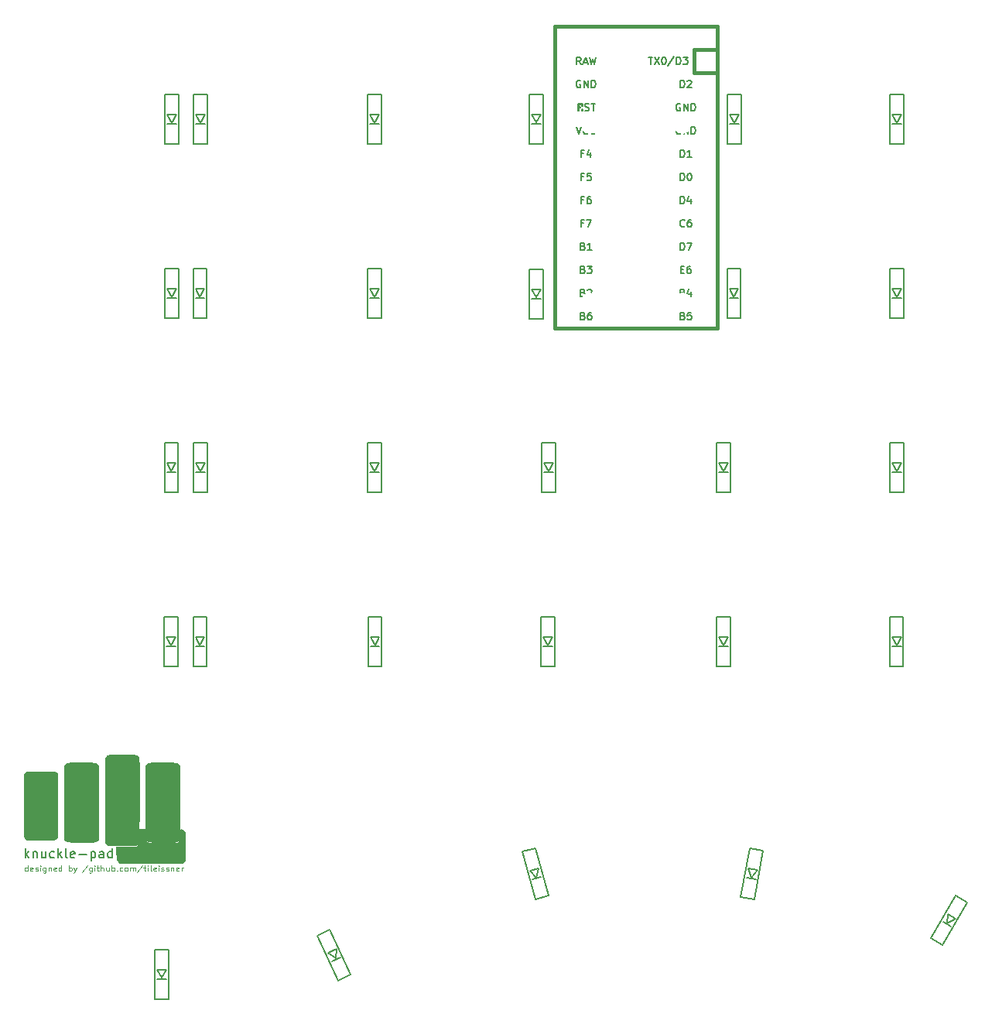
<source format=gto>
%TF.GenerationSoftware,KiCad,Pcbnew,5.1.10-88a1d61d58~90~ubuntu20.04.1*%
%TF.CreationDate,2021-08-25T16:01:02+02:00*%
%TF.ProjectId,knuckle-pad,6b6e7563-6b6c-4652-9d70-61642e6b6963,rev?*%
%TF.SameCoordinates,Original*%
%TF.FileFunction,Legend,Top*%
%TF.FilePolarity,Positive*%
%FSLAX46Y46*%
G04 Gerber Fmt 4.6, Leading zero omitted, Abs format (unit mm)*
G04 Created by KiCad (PCBNEW 5.1.10-88a1d61d58~90~ubuntu20.04.1) date 2021-08-25 16:01:02*
%MOMM*%
%LPD*%
G01*
G04 APERTURE LIST*
%ADD10C,0.076200*%
%ADD11C,0.133350*%
%ADD12C,0.010000*%
%ADD13C,0.381000*%
%ADD14C,0.150000*%
%ADD15C,3.987800*%
%ADD16C,1.750000*%
%ADD17C,4.000000*%
%ADD18C,1.752600*%
%ADD19R,1.752600X1.752600*%
%ADD20C,2.000000*%
%ADD21C,0.100000*%
%ADD22C,1.397000*%
%ADD23R,0.950000X1.300000*%
%ADD24R,1.397000X1.397000*%
G04 APERTURE END LIST*
D10*
X86363628Y-124904620D02*
X86363628Y-124320420D01*
X86363628Y-124876801D02*
X86301942Y-124904620D01*
X86178571Y-124904620D01*
X86116885Y-124876801D01*
X86086042Y-124848982D01*
X86055200Y-124793344D01*
X86055200Y-124626430D01*
X86086042Y-124570792D01*
X86116885Y-124542973D01*
X86178571Y-124515154D01*
X86301942Y-124515154D01*
X86363628Y-124542973D01*
X86918800Y-124876801D02*
X86857114Y-124904620D01*
X86733742Y-124904620D01*
X86672057Y-124876801D01*
X86641214Y-124821163D01*
X86641214Y-124598611D01*
X86672057Y-124542973D01*
X86733742Y-124515154D01*
X86857114Y-124515154D01*
X86918800Y-124542973D01*
X86949642Y-124598611D01*
X86949642Y-124654249D01*
X86641214Y-124709887D01*
X87196385Y-124876801D02*
X87258071Y-124904620D01*
X87381442Y-124904620D01*
X87443128Y-124876801D01*
X87473971Y-124821163D01*
X87473971Y-124793344D01*
X87443128Y-124737706D01*
X87381442Y-124709887D01*
X87288914Y-124709887D01*
X87227228Y-124682068D01*
X87196385Y-124626430D01*
X87196385Y-124598611D01*
X87227228Y-124542973D01*
X87288914Y-124515154D01*
X87381442Y-124515154D01*
X87443128Y-124542973D01*
X87751557Y-124904620D02*
X87751557Y-124515154D01*
X87751557Y-124320420D02*
X87720714Y-124348240D01*
X87751557Y-124376059D01*
X87782400Y-124348240D01*
X87751557Y-124320420D01*
X87751557Y-124376059D01*
X88337571Y-124515154D02*
X88337571Y-124988078D01*
X88306728Y-125043716D01*
X88275885Y-125071535D01*
X88214200Y-125099354D01*
X88121671Y-125099354D01*
X88059985Y-125071535D01*
X88337571Y-124876801D02*
X88275885Y-124904620D01*
X88152514Y-124904620D01*
X88090828Y-124876801D01*
X88059985Y-124848982D01*
X88029142Y-124793344D01*
X88029142Y-124626430D01*
X88059985Y-124570792D01*
X88090828Y-124542973D01*
X88152514Y-124515154D01*
X88275885Y-124515154D01*
X88337571Y-124542973D01*
X88646000Y-124515154D02*
X88646000Y-124904620D01*
X88646000Y-124570792D02*
X88676842Y-124542973D01*
X88738528Y-124515154D01*
X88831057Y-124515154D01*
X88892742Y-124542973D01*
X88923585Y-124598611D01*
X88923585Y-124904620D01*
X89478757Y-124876801D02*
X89417071Y-124904620D01*
X89293700Y-124904620D01*
X89232014Y-124876801D01*
X89201171Y-124821163D01*
X89201171Y-124598611D01*
X89232014Y-124542973D01*
X89293700Y-124515154D01*
X89417071Y-124515154D01*
X89478757Y-124542973D01*
X89509600Y-124598611D01*
X89509600Y-124654249D01*
X89201171Y-124709887D01*
X90064771Y-124904620D02*
X90064771Y-124320420D01*
X90064771Y-124876801D02*
X90003085Y-124904620D01*
X89879714Y-124904620D01*
X89818028Y-124876801D01*
X89787185Y-124848982D01*
X89756342Y-124793344D01*
X89756342Y-124626430D01*
X89787185Y-124570792D01*
X89818028Y-124542973D01*
X89879714Y-124515154D01*
X90003085Y-124515154D01*
X90064771Y-124542973D01*
X90866685Y-124904620D02*
X90866685Y-124320420D01*
X90866685Y-124542973D02*
X90928371Y-124515154D01*
X91051742Y-124515154D01*
X91113428Y-124542973D01*
X91144271Y-124570792D01*
X91175114Y-124626430D01*
X91175114Y-124793344D01*
X91144271Y-124848982D01*
X91113428Y-124876801D01*
X91051742Y-124904620D01*
X90928371Y-124904620D01*
X90866685Y-124876801D01*
X91391014Y-124515154D02*
X91545228Y-124904620D01*
X91699442Y-124515154D02*
X91545228Y-124904620D01*
X91483542Y-125043716D01*
X91452700Y-125071535D01*
X91391014Y-125099354D01*
X92902314Y-124292601D02*
X92347142Y-125043716D01*
X93395800Y-124515154D02*
X93395800Y-124988078D01*
X93364957Y-125043716D01*
X93334114Y-125071535D01*
X93272428Y-125099354D01*
X93179900Y-125099354D01*
X93118214Y-125071535D01*
X93395800Y-124876801D02*
X93334114Y-124904620D01*
X93210742Y-124904620D01*
X93149057Y-124876801D01*
X93118214Y-124848982D01*
X93087371Y-124793344D01*
X93087371Y-124626430D01*
X93118214Y-124570792D01*
X93149057Y-124542973D01*
X93210742Y-124515154D01*
X93334114Y-124515154D01*
X93395800Y-124542973D01*
X93704228Y-124904620D02*
X93704228Y-124515154D01*
X93704228Y-124320420D02*
X93673385Y-124348240D01*
X93704228Y-124376059D01*
X93735071Y-124348240D01*
X93704228Y-124320420D01*
X93704228Y-124376059D01*
X93920128Y-124515154D02*
X94166871Y-124515154D01*
X94012657Y-124320420D02*
X94012657Y-124821163D01*
X94043500Y-124876801D01*
X94105185Y-124904620D01*
X94166871Y-124904620D01*
X94382771Y-124904620D02*
X94382771Y-124320420D01*
X94660357Y-124904620D02*
X94660357Y-124598611D01*
X94629514Y-124542973D01*
X94567828Y-124515154D01*
X94475300Y-124515154D01*
X94413614Y-124542973D01*
X94382771Y-124570792D01*
X95246371Y-124515154D02*
X95246371Y-124904620D01*
X94968785Y-124515154D02*
X94968785Y-124821163D01*
X94999628Y-124876801D01*
X95061314Y-124904620D01*
X95153842Y-124904620D01*
X95215528Y-124876801D01*
X95246371Y-124848982D01*
X95554800Y-124904620D02*
X95554800Y-124320420D01*
X95554800Y-124542973D02*
X95616485Y-124515154D01*
X95739857Y-124515154D01*
X95801542Y-124542973D01*
X95832385Y-124570792D01*
X95863228Y-124626430D01*
X95863228Y-124793344D01*
X95832385Y-124848982D01*
X95801542Y-124876801D01*
X95739857Y-124904620D01*
X95616485Y-124904620D01*
X95554800Y-124876801D01*
X96140814Y-124848982D02*
X96171657Y-124876801D01*
X96140814Y-124904620D01*
X96109971Y-124876801D01*
X96140814Y-124848982D01*
X96140814Y-124904620D01*
X96726828Y-124876801D02*
X96665142Y-124904620D01*
X96541771Y-124904620D01*
X96480085Y-124876801D01*
X96449242Y-124848982D01*
X96418400Y-124793344D01*
X96418400Y-124626430D01*
X96449242Y-124570792D01*
X96480085Y-124542973D01*
X96541771Y-124515154D01*
X96665142Y-124515154D01*
X96726828Y-124542973D01*
X97096942Y-124904620D02*
X97035257Y-124876801D01*
X97004414Y-124848982D01*
X96973571Y-124793344D01*
X96973571Y-124626430D01*
X97004414Y-124570792D01*
X97035257Y-124542973D01*
X97096942Y-124515154D01*
X97189471Y-124515154D01*
X97251157Y-124542973D01*
X97282000Y-124570792D01*
X97312842Y-124626430D01*
X97312842Y-124793344D01*
X97282000Y-124848982D01*
X97251157Y-124876801D01*
X97189471Y-124904620D01*
X97096942Y-124904620D01*
X97590428Y-124904620D02*
X97590428Y-124515154D01*
X97590428Y-124570792D02*
X97621271Y-124542973D01*
X97682957Y-124515154D01*
X97775485Y-124515154D01*
X97837171Y-124542973D01*
X97868014Y-124598611D01*
X97868014Y-124904620D01*
X97868014Y-124598611D02*
X97898857Y-124542973D01*
X97960542Y-124515154D01*
X98053071Y-124515154D01*
X98114757Y-124542973D01*
X98145600Y-124598611D01*
X98145600Y-124904620D01*
X98916671Y-124292601D02*
X98361500Y-125043716D01*
X99040042Y-124515154D02*
X99286785Y-124515154D01*
X99132571Y-124320420D02*
X99132571Y-124821163D01*
X99163414Y-124876801D01*
X99225100Y-124904620D01*
X99286785Y-124904620D01*
X99502685Y-124904620D02*
X99502685Y-124515154D01*
X99502685Y-124320420D02*
X99471842Y-124348240D01*
X99502685Y-124376059D01*
X99533528Y-124348240D01*
X99502685Y-124320420D01*
X99502685Y-124376059D01*
X99903642Y-124904620D02*
X99841957Y-124876801D01*
X99811114Y-124821163D01*
X99811114Y-124320420D01*
X100397128Y-124876801D02*
X100335442Y-124904620D01*
X100212071Y-124904620D01*
X100150385Y-124876801D01*
X100119542Y-124821163D01*
X100119542Y-124598611D01*
X100150385Y-124542973D01*
X100212071Y-124515154D01*
X100335442Y-124515154D01*
X100397128Y-124542973D01*
X100427971Y-124598611D01*
X100427971Y-124654249D01*
X100119542Y-124709887D01*
X100705557Y-124904620D02*
X100705557Y-124515154D01*
X100705557Y-124320420D02*
X100674714Y-124348240D01*
X100705557Y-124376059D01*
X100736400Y-124348240D01*
X100705557Y-124320420D01*
X100705557Y-124376059D01*
X100983142Y-124876801D02*
X101044828Y-124904620D01*
X101168200Y-124904620D01*
X101229885Y-124876801D01*
X101260728Y-124821163D01*
X101260728Y-124793344D01*
X101229885Y-124737706D01*
X101168200Y-124709887D01*
X101075671Y-124709887D01*
X101013985Y-124682068D01*
X100983142Y-124626430D01*
X100983142Y-124598611D01*
X101013985Y-124542973D01*
X101075671Y-124515154D01*
X101168200Y-124515154D01*
X101229885Y-124542973D01*
X101507471Y-124876801D02*
X101569157Y-124904620D01*
X101692528Y-124904620D01*
X101754214Y-124876801D01*
X101785057Y-124821163D01*
X101785057Y-124793344D01*
X101754214Y-124737706D01*
X101692528Y-124709887D01*
X101600000Y-124709887D01*
X101538314Y-124682068D01*
X101507471Y-124626430D01*
X101507471Y-124598611D01*
X101538314Y-124542973D01*
X101600000Y-124515154D01*
X101692528Y-124515154D01*
X101754214Y-124542973D01*
X102062642Y-124515154D02*
X102062642Y-124904620D01*
X102062642Y-124570792D02*
X102093485Y-124542973D01*
X102155171Y-124515154D01*
X102247700Y-124515154D01*
X102309385Y-124542973D01*
X102340228Y-124598611D01*
X102340228Y-124904620D01*
X102895400Y-124876801D02*
X102833714Y-124904620D01*
X102710342Y-124904620D01*
X102648657Y-124876801D01*
X102617814Y-124821163D01*
X102617814Y-124598611D01*
X102648657Y-124542973D01*
X102710342Y-124515154D01*
X102833714Y-124515154D01*
X102895400Y-124542973D01*
X102926242Y-124598611D01*
X102926242Y-124654249D01*
X102617814Y-124709887D01*
X103203828Y-124904620D02*
X103203828Y-124515154D01*
X103203828Y-124626430D02*
X103234671Y-124570792D01*
X103265514Y-124542973D01*
X103327200Y-124515154D01*
X103388885Y-124515154D01*
D11*
X86095114Y-123478229D02*
X86095114Y-122436829D01*
X86194295Y-123081505D02*
X86491838Y-123478229D01*
X86491838Y-122783962D02*
X86095114Y-123180686D01*
X86938152Y-122783962D02*
X86938152Y-123478229D01*
X86938152Y-122883143D02*
X86987742Y-122833553D01*
X87086923Y-122783962D01*
X87235695Y-122783962D01*
X87334876Y-122833553D01*
X87384466Y-122932734D01*
X87384466Y-123478229D01*
X88326685Y-122783962D02*
X88326685Y-123478229D01*
X87880371Y-122783962D02*
X87880371Y-123329458D01*
X87929961Y-123428639D01*
X88029142Y-123478229D01*
X88177914Y-123478229D01*
X88277095Y-123428639D01*
X88326685Y-123379048D01*
X89268904Y-123428639D02*
X89169723Y-123478229D01*
X88971361Y-123478229D01*
X88872180Y-123428639D01*
X88822590Y-123379048D01*
X88773000Y-123279867D01*
X88773000Y-122982324D01*
X88822590Y-122883143D01*
X88872180Y-122833553D01*
X88971361Y-122783962D01*
X89169723Y-122783962D01*
X89268904Y-122833553D01*
X89715219Y-123478229D02*
X89715219Y-122436829D01*
X89814400Y-123081505D02*
X90111942Y-123478229D01*
X90111942Y-122783962D02*
X89715219Y-123180686D01*
X90707028Y-123478229D02*
X90607847Y-123428639D01*
X90558257Y-123329458D01*
X90558257Y-122436829D01*
X91500476Y-123428639D02*
X91401295Y-123478229D01*
X91202933Y-123478229D01*
X91103752Y-123428639D01*
X91054161Y-123329458D01*
X91054161Y-122932734D01*
X91103752Y-122833553D01*
X91202933Y-122783962D01*
X91401295Y-122783962D01*
X91500476Y-122833553D01*
X91550066Y-122932734D01*
X91550066Y-123031915D01*
X91054161Y-123131096D01*
X91996380Y-123081505D02*
X92789828Y-123081505D01*
X93285733Y-122783962D02*
X93285733Y-123825362D01*
X93285733Y-122833553D02*
X93384914Y-122783962D01*
X93583276Y-122783962D01*
X93682457Y-122833553D01*
X93732047Y-122883143D01*
X93781638Y-122982324D01*
X93781638Y-123279867D01*
X93732047Y-123379048D01*
X93682457Y-123428639D01*
X93583276Y-123478229D01*
X93384914Y-123478229D01*
X93285733Y-123428639D01*
X94674266Y-123478229D02*
X94674266Y-122932734D01*
X94624676Y-122833553D01*
X94525495Y-122783962D01*
X94327133Y-122783962D01*
X94227952Y-122833553D01*
X94674266Y-123428639D02*
X94575085Y-123478229D01*
X94327133Y-123478229D01*
X94227952Y-123428639D01*
X94178361Y-123329458D01*
X94178361Y-123230277D01*
X94227952Y-123131096D01*
X94327133Y-123081505D01*
X94575085Y-123081505D01*
X94674266Y-123031915D01*
X95616485Y-123478229D02*
X95616485Y-122436829D01*
X95616485Y-123428639D02*
X95517304Y-123478229D01*
X95318942Y-123478229D01*
X95219761Y-123428639D01*
X95170171Y-123379048D01*
X95120580Y-123279867D01*
X95120580Y-122982324D01*
X95170171Y-122883143D01*
X95219761Y-122833553D01*
X95318942Y-122783962D01*
X95517304Y-122783962D01*
X95616485Y-122833553D01*
D12*
%TO.C,G\u002A\u002A\u002A*%
G36*
X88272154Y-114014565D02*
G01*
X88644798Y-114016434D01*
X88922922Y-114021241D01*
X89122766Y-114030370D01*
X89260569Y-114045205D01*
X89352572Y-114067132D01*
X89415013Y-114097533D01*
X89464133Y-114137793D01*
X89485611Y-114158888D01*
X89630250Y-114303527D01*
X89630250Y-121217972D01*
X89485733Y-121362611D01*
X89435548Y-121408728D01*
X89377864Y-121444064D01*
X89295931Y-121470289D01*
X89172998Y-121489070D01*
X88992311Y-121502078D01*
X88737120Y-121510981D01*
X88390673Y-121517447D01*
X87936219Y-121523147D01*
X87866483Y-121523939D01*
X87349185Y-121527762D01*
X86946004Y-121525795D01*
X86644166Y-121517532D01*
X86430899Y-121502466D01*
X86293429Y-121480090D01*
X86234251Y-121459188D01*
X86166303Y-121422631D01*
X86108781Y-121382128D01*
X86060870Y-121327512D01*
X86021756Y-121248616D01*
X85990623Y-121135275D01*
X85966655Y-120977321D01*
X85949037Y-120764589D01*
X85936954Y-120486912D01*
X85929591Y-120134123D01*
X85926132Y-119696057D01*
X85925762Y-119162547D01*
X85927666Y-118523426D01*
X85931028Y-117768529D01*
X85931428Y-117683102D01*
X85947250Y-114303454D01*
X86091888Y-114158852D01*
X86140294Y-114113848D01*
X86194918Y-114079307D01*
X86272000Y-114053845D01*
X86387780Y-114036079D01*
X86558499Y-114024623D01*
X86800396Y-114018095D01*
X87129711Y-114015110D01*
X87562685Y-114014285D01*
X87788750Y-114014250D01*
X88272154Y-114014565D01*
G37*
X88272154Y-114014565D02*
X88644798Y-114016434D01*
X88922922Y-114021241D01*
X89122766Y-114030370D01*
X89260569Y-114045205D01*
X89352572Y-114067132D01*
X89415013Y-114097533D01*
X89464133Y-114137793D01*
X89485611Y-114158888D01*
X89630250Y-114303527D01*
X89630250Y-121217972D01*
X89485733Y-121362611D01*
X89435548Y-121408728D01*
X89377864Y-121444064D01*
X89295931Y-121470289D01*
X89172998Y-121489070D01*
X88992311Y-121502078D01*
X88737120Y-121510981D01*
X88390673Y-121517447D01*
X87936219Y-121523147D01*
X87866483Y-121523939D01*
X87349185Y-121527762D01*
X86946004Y-121525795D01*
X86644166Y-121517532D01*
X86430899Y-121502466D01*
X86293429Y-121480090D01*
X86234251Y-121459188D01*
X86166303Y-121422631D01*
X86108781Y-121382128D01*
X86060870Y-121327512D01*
X86021756Y-121248616D01*
X85990623Y-121135275D01*
X85966655Y-120977321D01*
X85949037Y-120764589D01*
X85936954Y-120486912D01*
X85929591Y-120134123D01*
X85926132Y-119696057D01*
X85925762Y-119162547D01*
X85927666Y-118523426D01*
X85931028Y-117768529D01*
X85931428Y-117683102D01*
X85947250Y-114303454D01*
X86091888Y-114158852D01*
X86140294Y-114113848D01*
X86194918Y-114079307D01*
X86272000Y-114053845D01*
X86387780Y-114036079D01*
X86558499Y-114024623D01*
X86800396Y-114018095D01*
X87129711Y-114015110D01*
X87562685Y-114014285D01*
X87788750Y-114014250D01*
X88272154Y-114014565D01*
G36*
X101607154Y-113062065D02*
G01*
X101979798Y-113063934D01*
X102257922Y-113068741D01*
X102457766Y-113077870D01*
X102595569Y-113092705D01*
X102687572Y-113114632D01*
X102750013Y-113145033D01*
X102799133Y-113185293D01*
X102820611Y-113206388D01*
X102965250Y-113351027D01*
X102965250Y-121486720D01*
X102815340Y-121608110D01*
X102759919Y-121646270D01*
X102688983Y-121675515D01*
X102586179Y-121697019D01*
X102435153Y-121711954D01*
X102219553Y-121721495D01*
X101923026Y-121726815D01*
X101529219Y-121729087D01*
X101123749Y-121729500D01*
X100638300Y-121728846D01*
X100263494Y-121726105D01*
X99982979Y-121720101D01*
X99780402Y-121709662D01*
X99639411Y-121693613D01*
X99543652Y-121670783D01*
X99476773Y-121639996D01*
X99432159Y-121608110D01*
X99282250Y-121486720D01*
X99282250Y-113351027D01*
X99426888Y-113206388D01*
X99475288Y-113161373D01*
X99529895Y-113126824D01*
X99606950Y-113101356D01*
X99722692Y-113083584D01*
X99893360Y-113072126D01*
X100135196Y-113065596D01*
X100464438Y-113062611D01*
X100897326Y-113061785D01*
X101123750Y-113061750D01*
X101607154Y-113062065D01*
G37*
X101607154Y-113062065D02*
X101979798Y-113063934D01*
X102257922Y-113068741D01*
X102457766Y-113077870D01*
X102595569Y-113092705D01*
X102687572Y-113114632D01*
X102750013Y-113145033D01*
X102799133Y-113185293D01*
X102820611Y-113206388D01*
X102965250Y-113351027D01*
X102965250Y-121486720D01*
X102815340Y-121608110D01*
X102759919Y-121646270D01*
X102688983Y-121675515D01*
X102586179Y-121697019D01*
X102435153Y-121711954D01*
X102219553Y-121721495D01*
X101923026Y-121726815D01*
X101529219Y-121729087D01*
X101123749Y-121729500D01*
X100638300Y-121728846D01*
X100263494Y-121726105D01*
X99982979Y-121720101D01*
X99780402Y-121709662D01*
X99639411Y-121693613D01*
X99543652Y-121670783D01*
X99476773Y-121639996D01*
X99432159Y-121608110D01*
X99282250Y-121486720D01*
X99282250Y-113351027D01*
X99426888Y-113206388D01*
X99475288Y-113161373D01*
X99529895Y-113126824D01*
X99606950Y-113101356D01*
X99722692Y-113083584D01*
X99893360Y-113072126D01*
X100135196Y-113065596D01*
X100464438Y-113062611D01*
X100897326Y-113061785D01*
X101123750Y-113061750D01*
X101607154Y-113062065D01*
G36*
X92717154Y-113062065D02*
G01*
X93089798Y-113063934D01*
X93367922Y-113068741D01*
X93567766Y-113077870D01*
X93705569Y-113092705D01*
X93797572Y-113114632D01*
X93860013Y-113145033D01*
X93909133Y-113185293D01*
X93930611Y-113206388D01*
X94075250Y-113351027D01*
X94075250Y-121486720D01*
X93925340Y-121608110D01*
X93869919Y-121646270D01*
X93798983Y-121675515D01*
X93696179Y-121697019D01*
X93545153Y-121711954D01*
X93329553Y-121721495D01*
X93033026Y-121726815D01*
X92639219Y-121729087D01*
X92233749Y-121729500D01*
X91748300Y-121728846D01*
X91373494Y-121726105D01*
X91092979Y-121720101D01*
X90890402Y-121709662D01*
X90749411Y-121693613D01*
X90653652Y-121670783D01*
X90586773Y-121639996D01*
X90542159Y-121608110D01*
X90392250Y-121486720D01*
X90392250Y-113351027D01*
X90536888Y-113206388D01*
X90585288Y-113161373D01*
X90639895Y-113126824D01*
X90716950Y-113101356D01*
X90832692Y-113083584D01*
X91003360Y-113072126D01*
X91245196Y-113065596D01*
X91574438Y-113062611D01*
X92007326Y-113061785D01*
X92233750Y-113061750D01*
X92717154Y-113062065D01*
G37*
X92717154Y-113062065D02*
X93089798Y-113063934D01*
X93367922Y-113068741D01*
X93567766Y-113077870D01*
X93705569Y-113092705D01*
X93797572Y-113114632D01*
X93860013Y-113145033D01*
X93909133Y-113185293D01*
X93930611Y-113206388D01*
X94075250Y-113351027D01*
X94075250Y-121486720D01*
X93925340Y-121608110D01*
X93869919Y-121646270D01*
X93798983Y-121675515D01*
X93696179Y-121697019D01*
X93545153Y-121711954D01*
X93329553Y-121721495D01*
X93033026Y-121726815D01*
X92639219Y-121729087D01*
X92233749Y-121729500D01*
X91748300Y-121728846D01*
X91373494Y-121726105D01*
X91092979Y-121720101D01*
X90890402Y-121709662D01*
X90749411Y-121693613D01*
X90653652Y-121670783D01*
X90586773Y-121639996D01*
X90542159Y-121608110D01*
X90392250Y-121486720D01*
X90392250Y-113351027D01*
X90536888Y-113206388D01*
X90585288Y-113161373D01*
X90639895Y-113126824D01*
X90716950Y-113101356D01*
X90832692Y-113083584D01*
X91003360Y-113072126D01*
X91245196Y-113065596D01*
X91574438Y-113062611D01*
X92007326Y-113061785D01*
X92233750Y-113061750D01*
X92717154Y-113062065D01*
G36*
X97164848Y-112205041D02*
G01*
X97539983Y-112207463D01*
X97820188Y-112212962D01*
X98021496Y-112222732D01*
X98159943Y-112237971D01*
X98251561Y-112259874D01*
X98312386Y-112289637D01*
X98358450Y-112328455D01*
X98359884Y-112329884D01*
X98469040Y-112478503D01*
X98520683Y-112599759D01*
X98526270Y-112685810D01*
X98531094Y-112888400D01*
X98535118Y-113197073D01*
X98538301Y-113601369D01*
X98540607Y-114090832D01*
X98541994Y-114655002D01*
X98542425Y-115283423D01*
X98541861Y-115965636D01*
X98540263Y-116691184D01*
X98538174Y-117306003D01*
X98520250Y-121867757D01*
X98370340Y-121989128D01*
X98314914Y-122027283D01*
X98243962Y-122056524D01*
X98141131Y-122078024D01*
X97990070Y-122092958D01*
X97774424Y-122102497D01*
X97477842Y-122107816D01*
X97083971Y-122110088D01*
X96678749Y-122110500D01*
X96193295Y-122109846D01*
X95818484Y-122107104D01*
X95537964Y-122101099D01*
X95335383Y-122090658D01*
X95194388Y-122074609D01*
X95098626Y-122051777D01*
X95031745Y-122020990D01*
X94987159Y-121989128D01*
X94837250Y-121867757D01*
X94819325Y-117306003D01*
X94816857Y-116552923D01*
X94815455Y-115834672D01*
X94815080Y-115161707D01*
X94815693Y-114544487D01*
X94817254Y-113993469D01*
X94819726Y-113519112D01*
X94823070Y-113131874D01*
X94827246Y-112842211D01*
X94832215Y-112660584D01*
X94836816Y-112599759D01*
X94909391Y-112443373D01*
X94997615Y-112329884D01*
X95043468Y-112290751D01*
X95103560Y-112260713D01*
X95193923Y-112238573D01*
X95330593Y-112223136D01*
X95529603Y-112213206D01*
X95806986Y-112207587D01*
X96178778Y-112205084D01*
X96661012Y-112204500D01*
X96678750Y-112204500D01*
X97164848Y-112205041D01*
G37*
X97164848Y-112205041D02*
X97539983Y-112207463D01*
X97820188Y-112212962D01*
X98021496Y-112222732D01*
X98159943Y-112237971D01*
X98251561Y-112259874D01*
X98312386Y-112289637D01*
X98358450Y-112328455D01*
X98359884Y-112329884D01*
X98469040Y-112478503D01*
X98520683Y-112599759D01*
X98526270Y-112685810D01*
X98531094Y-112888400D01*
X98535118Y-113197073D01*
X98538301Y-113601369D01*
X98540607Y-114090832D01*
X98541994Y-114655002D01*
X98542425Y-115283423D01*
X98541861Y-115965636D01*
X98540263Y-116691184D01*
X98538174Y-117306003D01*
X98520250Y-121867757D01*
X98370340Y-121989128D01*
X98314914Y-122027283D01*
X98243962Y-122056524D01*
X98141131Y-122078024D01*
X97990070Y-122092958D01*
X97774424Y-122102497D01*
X97477842Y-122107816D01*
X97083971Y-122110088D01*
X96678749Y-122110500D01*
X96193295Y-122109846D01*
X95818484Y-122107104D01*
X95537964Y-122101099D01*
X95335383Y-122090658D01*
X95194388Y-122074609D01*
X95098626Y-122051777D01*
X95031745Y-122020990D01*
X94987159Y-121989128D01*
X94837250Y-121867757D01*
X94819325Y-117306003D01*
X94816857Y-116552923D01*
X94815455Y-115834672D01*
X94815080Y-115161707D01*
X94815693Y-114544487D01*
X94817254Y-113993469D01*
X94819726Y-113519112D01*
X94823070Y-113131874D01*
X94827246Y-112842211D01*
X94832215Y-112660584D01*
X94836816Y-112599759D01*
X94909391Y-112443373D01*
X94997615Y-112329884D01*
X95043468Y-112290751D01*
X95103560Y-112260713D01*
X95193923Y-112238573D01*
X95330593Y-112223136D01*
X95529603Y-112213206D01*
X95806986Y-112207587D01*
X96178778Y-112205084D01*
X96661012Y-112204500D01*
X96678750Y-112204500D01*
X97164848Y-112205041D01*
G36*
X99187000Y-120908884D02*
G01*
X99189273Y-121184966D01*
X99201418Y-121366850D01*
X99231422Y-121487328D01*
X99287273Y-121579189D01*
X99372615Y-121670884D01*
X99558230Y-121856500D01*
X102689269Y-121856500D01*
X102874884Y-121670884D01*
X102962777Y-121576033D01*
X103017391Y-121484083D01*
X103046620Y-121362442D01*
X103058358Y-121178522D01*
X103060500Y-120904605D01*
X103061718Y-120631921D01*
X103069345Y-120463814D01*
X103089334Y-120377860D01*
X103127640Y-120351637D01*
X103190217Y-120362721D01*
X103203375Y-120366607D01*
X103360486Y-120444462D01*
X103473250Y-120531400D01*
X103512900Y-120575827D01*
X103543326Y-120633887D01*
X103565743Y-120721606D01*
X103581367Y-120855012D01*
X103591414Y-121050132D01*
X103597099Y-121322993D01*
X103599639Y-121689623D01*
X103600248Y-122166048D01*
X103600250Y-122205750D01*
X103599934Y-122689157D01*
X103598064Y-123061804D01*
X103593255Y-123339931D01*
X103584125Y-123539779D01*
X103569288Y-123677586D01*
X103547362Y-123769593D01*
X103516962Y-123832040D01*
X103476704Y-123881167D01*
X103455647Y-123902611D01*
X103311045Y-124047250D01*
X99931397Y-124063071D01*
X99148614Y-124066083D01*
X98484088Y-124067102D01*
X97929093Y-124065969D01*
X97474899Y-124062524D01*
X97112778Y-124056606D01*
X96834002Y-124048057D01*
X96629842Y-124036717D01*
X96491569Y-124022425D01*
X96410456Y-124005023D01*
X96394251Y-123998319D01*
X96263906Y-123907926D01*
X96173296Y-123778258D01*
X96116080Y-123587808D01*
X96085920Y-123315066D01*
X96076473Y-122938522D01*
X96076436Y-122920125D01*
X96075500Y-122237500D01*
X98244269Y-122237500D01*
X98429884Y-122051884D01*
X98507919Y-121969996D01*
X98560293Y-121891970D01*
X98592121Y-121791553D01*
X98608521Y-121642490D01*
X98614609Y-121418527D01*
X98615500Y-121099384D01*
X98615500Y-120332500D01*
X99187000Y-120332500D01*
X99187000Y-120908884D01*
G37*
X99187000Y-120908884D02*
X99189273Y-121184966D01*
X99201418Y-121366850D01*
X99231422Y-121487328D01*
X99287273Y-121579189D01*
X99372615Y-121670884D01*
X99558230Y-121856500D01*
X102689269Y-121856500D01*
X102874884Y-121670884D01*
X102962777Y-121576033D01*
X103017391Y-121484083D01*
X103046620Y-121362442D01*
X103058358Y-121178522D01*
X103060500Y-120904605D01*
X103061718Y-120631921D01*
X103069345Y-120463814D01*
X103089334Y-120377860D01*
X103127640Y-120351637D01*
X103190217Y-120362721D01*
X103203375Y-120366607D01*
X103360486Y-120444462D01*
X103473250Y-120531400D01*
X103512900Y-120575827D01*
X103543326Y-120633887D01*
X103565743Y-120721606D01*
X103581367Y-120855012D01*
X103591414Y-121050132D01*
X103597099Y-121322993D01*
X103599639Y-121689623D01*
X103600248Y-122166048D01*
X103600250Y-122205750D01*
X103599934Y-122689157D01*
X103598064Y-123061804D01*
X103593255Y-123339931D01*
X103584125Y-123539779D01*
X103569288Y-123677586D01*
X103547362Y-123769593D01*
X103516962Y-123832040D01*
X103476704Y-123881167D01*
X103455647Y-123902611D01*
X103311045Y-124047250D01*
X99931397Y-124063071D01*
X99148614Y-124066083D01*
X98484088Y-124067102D01*
X97929093Y-124065969D01*
X97474899Y-124062524D01*
X97112778Y-124056606D01*
X96834002Y-124048057D01*
X96629842Y-124036717D01*
X96491569Y-124022425D01*
X96410456Y-124005023D01*
X96394251Y-123998319D01*
X96263906Y-123907926D01*
X96173296Y-123778258D01*
X96116080Y-123587808D01*
X96085920Y-123315066D01*
X96076473Y-122938522D01*
X96076436Y-122920125D01*
X96075500Y-122237500D01*
X98244269Y-122237500D01*
X98429884Y-122051884D01*
X98507919Y-121969996D01*
X98560293Y-121891970D01*
X98592121Y-121791553D01*
X98608521Y-121642490D01*
X98614609Y-121418527D01*
X98615500Y-121099384D01*
X98615500Y-120332500D01*
X99187000Y-120332500D01*
X99187000Y-120908884D01*
D13*
%TO.C,U1*%
X159258000Y-35052000D02*
X161798000Y-35052000D01*
X144018000Y-32512000D02*
X161798000Y-32512000D01*
X161798000Y-32512000D02*
X161798000Y-65532000D01*
X161798000Y-65532000D02*
X144018000Y-65532000D01*
X144018000Y-65532000D02*
X144018000Y-32512000D01*
D14*
G36*
X147063365Y-40941030D02*
G01*
X147063365Y-41041030D01*
X146563365Y-41041030D01*
X146563365Y-40941030D01*
X147063365Y-40941030D01*
G37*
X147063365Y-40941030D02*
X147063365Y-41041030D01*
X146563365Y-41041030D01*
X146563365Y-40941030D01*
X147063365Y-40941030D01*
G36*
X147063365Y-40941030D02*
G01*
X147063365Y-41241030D01*
X146963365Y-41241030D01*
X146963365Y-40941030D01*
X147063365Y-40941030D01*
G37*
X147063365Y-40941030D02*
X147063365Y-41241030D01*
X146963365Y-41241030D01*
X146963365Y-40941030D01*
X147063365Y-40941030D01*
G36*
X147063365Y-41541030D02*
G01*
X147063365Y-41741030D01*
X146963365Y-41741030D01*
X146963365Y-41541030D01*
X147063365Y-41541030D01*
G37*
X147063365Y-41541030D02*
X147063365Y-41741030D01*
X146963365Y-41741030D01*
X146963365Y-41541030D01*
X147063365Y-41541030D01*
G36*
X146663365Y-40941030D02*
G01*
X146663365Y-41741030D01*
X146563365Y-41741030D01*
X146563365Y-40941030D01*
X146663365Y-40941030D01*
G37*
X146663365Y-40941030D02*
X146663365Y-41741030D01*
X146563365Y-41741030D01*
X146563365Y-40941030D01*
X146663365Y-40941030D01*
G36*
X146863365Y-41341030D02*
G01*
X146863365Y-41441030D01*
X146763365Y-41441030D01*
X146763365Y-41341030D01*
X146863365Y-41341030D01*
G37*
X146863365Y-41341030D02*
X146863365Y-41441030D01*
X146763365Y-41441030D01*
X146763365Y-41341030D01*
X146863365Y-41341030D01*
D13*
X159258000Y-35052000D02*
X159258000Y-37592000D01*
X159258000Y-37592000D02*
X161798000Y-37592000D01*
D14*
%TO.C,D29*%
X187898481Y-127588731D02*
X189197519Y-128338731D01*
X185198481Y-132265269D02*
X187898481Y-127588731D01*
X186497519Y-133015269D02*
X185198481Y-132265269D01*
X189197519Y-128338731D02*
X186497519Y-133015269D01*
X187381013Y-130985013D02*
X186514987Y-130485013D01*
X187014987Y-129618987D02*
X186998000Y-130648410D01*
X187881013Y-130118987D02*
X187014987Y-129618987D01*
X186998000Y-130648410D02*
X187881013Y-130118987D01*
%TO.C,D28*%
X180682200Y-97122000D02*
X182182200Y-97122000D01*
X180682200Y-102522000D02*
X180682200Y-97122000D01*
X182182200Y-102522000D02*
X180682200Y-102522000D01*
X182182200Y-97122000D02*
X182182200Y-102522000D01*
X181932200Y-100322000D02*
X180932200Y-100322000D01*
X180932200Y-99322000D02*
X181432200Y-100222000D01*
X181932200Y-99322000D02*
X180932200Y-99322000D01*
X181432200Y-100222000D02*
X181932200Y-99322000D01*
%TO.C,D27*%
X180733000Y-78078000D02*
X182233000Y-78078000D01*
X180733000Y-83478000D02*
X180733000Y-78078000D01*
X182233000Y-83478000D02*
X180733000Y-83478000D01*
X182233000Y-78078000D02*
X182233000Y-83478000D01*
X181983000Y-81278000D02*
X180983000Y-81278000D01*
X180983000Y-80278000D02*
X181483000Y-81178000D01*
X181983000Y-80278000D02*
X180983000Y-80278000D01*
X181483000Y-81178000D02*
X181983000Y-80278000D01*
%TO.C,D26*%
X180733000Y-59022000D02*
X182233000Y-59022000D01*
X180733000Y-64422000D02*
X180733000Y-59022000D01*
X182233000Y-64422000D02*
X180733000Y-64422000D01*
X182233000Y-59022000D02*
X182233000Y-64422000D01*
X181983000Y-62222000D02*
X180983000Y-62222000D01*
X180983000Y-61222000D02*
X181483000Y-62122000D01*
X181983000Y-61222000D02*
X180983000Y-61222000D01*
X181483000Y-62122000D02*
X181983000Y-61222000D01*
%TO.C,D25*%
X180733000Y-39972000D02*
X182233000Y-39972000D01*
X180733000Y-45372000D02*
X180733000Y-39972000D01*
X182233000Y-45372000D02*
X180733000Y-45372000D01*
X182233000Y-39972000D02*
X182233000Y-45372000D01*
X181983000Y-43172000D02*
X180983000Y-43172000D01*
X180983000Y-42172000D02*
X181483000Y-43072000D01*
X181983000Y-42172000D02*
X180983000Y-42172000D01*
X181483000Y-43072000D02*
X181983000Y-42172000D01*
%TO.C,D24*%
X165338244Y-122432783D02*
X166815456Y-122693255D01*
X164400544Y-127750745D02*
X165338244Y-122432783D01*
X165877756Y-128011217D02*
X164400544Y-127750745D01*
X166815456Y-122693255D02*
X165877756Y-128011217D01*
X166013580Y-125801228D02*
X165028772Y-125627580D01*
X165202420Y-124642772D02*
X165538541Y-125615923D01*
X166187228Y-124816420D02*
X165202420Y-124642772D01*
X165538541Y-125615923D02*
X166187228Y-124816420D01*
%TO.C,D23*%
X161759200Y-97125000D02*
X163259200Y-97125000D01*
X161759200Y-102525000D02*
X161759200Y-97125000D01*
X163259200Y-102525000D02*
X161759200Y-102525000D01*
X163259200Y-97125000D02*
X163259200Y-102525000D01*
X163009200Y-100325000D02*
X162009200Y-100325000D01*
X162009200Y-99325000D02*
X162509200Y-100225000D01*
X163009200Y-99325000D02*
X162009200Y-99325000D01*
X162509200Y-100225000D02*
X163009200Y-99325000D01*
%TO.C,D22*%
X161759200Y-78078000D02*
X163259200Y-78078000D01*
X161759200Y-83478000D02*
X161759200Y-78078000D01*
X163259200Y-83478000D02*
X161759200Y-83478000D01*
X163259200Y-78078000D02*
X163259200Y-83478000D01*
X163009200Y-81278000D02*
X162009200Y-81278000D01*
X162009200Y-80278000D02*
X162509200Y-81178000D01*
X163009200Y-80278000D02*
X162009200Y-80278000D01*
X162509200Y-81178000D02*
X163009200Y-80278000D01*
%TO.C,D21*%
X162889500Y-59022000D02*
X164389500Y-59022000D01*
X162889500Y-64422000D02*
X162889500Y-59022000D01*
X164389500Y-64422000D02*
X162889500Y-64422000D01*
X164389500Y-59022000D02*
X164389500Y-64422000D01*
X164139500Y-62222000D02*
X163139500Y-62222000D01*
X163139500Y-61222000D02*
X163639500Y-62122000D01*
X164139500Y-61222000D02*
X163139500Y-61222000D01*
X163639500Y-62122000D02*
X164139500Y-61222000D01*
%TO.C,D20*%
X162953000Y-39972000D02*
X164453000Y-39972000D01*
X162953000Y-45372000D02*
X162953000Y-39972000D01*
X164453000Y-45372000D02*
X162953000Y-45372000D01*
X164453000Y-39972000D02*
X164453000Y-45372000D01*
X164203000Y-43172000D02*
X163203000Y-43172000D01*
X163203000Y-42172000D02*
X163703000Y-43072000D01*
X164203000Y-42172000D02*
X163203000Y-42172000D01*
X163703000Y-43072000D02*
X164203000Y-42172000D01*
%TO.C,D19*%
X140514148Y-122808115D02*
X141963037Y-122419886D01*
X141911771Y-128024114D02*
X140514148Y-122808115D01*
X143360660Y-127635885D02*
X141911771Y-128024114D01*
X141963037Y-122419886D02*
X143360660Y-127635885D01*
X142549776Y-125575553D02*
X141583851Y-125834372D01*
X141325032Y-124868447D02*
X142040932Y-125608370D01*
X142290957Y-124609628D02*
X141325032Y-124868447D01*
X142040932Y-125608370D02*
X142290957Y-124609628D01*
%TO.C,D18*%
X142506000Y-97125000D02*
X144006000Y-97125000D01*
X142506000Y-102525000D02*
X142506000Y-97125000D01*
X144006000Y-102525000D02*
X142506000Y-102525000D01*
X144006000Y-97125000D02*
X144006000Y-102525000D01*
X143756000Y-100325000D02*
X142756000Y-100325000D01*
X142756000Y-99325000D02*
X143256000Y-100225000D01*
X143756000Y-99325000D02*
X142756000Y-99325000D01*
X143256000Y-100225000D02*
X143756000Y-99325000D01*
%TO.C,D17*%
X142633000Y-78078000D02*
X144133000Y-78078000D01*
X142633000Y-83478000D02*
X142633000Y-78078000D01*
X144133000Y-83478000D02*
X142633000Y-83478000D01*
X144133000Y-78078000D02*
X144133000Y-83478000D01*
X143883000Y-81278000D02*
X142883000Y-81278000D01*
X142883000Y-80278000D02*
X143383000Y-81178000D01*
X143883000Y-80278000D02*
X142883000Y-80278000D01*
X143383000Y-81178000D02*
X143883000Y-80278000D01*
%TO.C,D16*%
X141236000Y-59085500D02*
X142736000Y-59085500D01*
X141236000Y-64485500D02*
X141236000Y-59085500D01*
X142736000Y-64485500D02*
X141236000Y-64485500D01*
X142736000Y-59085500D02*
X142736000Y-64485500D01*
X142486000Y-62285500D02*
X141486000Y-62285500D01*
X141486000Y-61285500D02*
X141986000Y-62185500D01*
X142486000Y-61285500D02*
X141486000Y-61285500D01*
X141986000Y-62185500D02*
X142486000Y-61285500D01*
%TO.C,D15*%
X141286800Y-39949600D02*
X142786800Y-39949600D01*
X141286800Y-45349600D02*
X141286800Y-39949600D01*
X142786800Y-45349600D02*
X141286800Y-45349600D01*
X142786800Y-39949600D02*
X142786800Y-45349600D01*
X142536800Y-43149600D02*
X141536800Y-43149600D01*
X141536800Y-42149600D02*
X142036800Y-43049600D01*
X142536800Y-42149600D02*
X141536800Y-42149600D01*
X142036800Y-43049600D02*
X142536800Y-42149600D01*
%TO.C,D14*%
X118067200Y-131981933D02*
X119426662Y-131348005D01*
X120349338Y-136875995D02*
X118067200Y-131981933D01*
X121708800Y-136242067D02*
X120349338Y-136875995D01*
X119426662Y-131348005D02*
X121708800Y-136242067D01*
X120552463Y-134353845D02*
X119646155Y-134776463D01*
X119223537Y-133870155D02*
X120057047Y-134474523D01*
X120129845Y-133447537D02*
X119223537Y-133870155D01*
X120057047Y-134474523D02*
X120129845Y-133447537D01*
%TO.C,D13*%
X123608400Y-97122000D02*
X125108400Y-97122000D01*
X123608400Y-102522000D02*
X123608400Y-97122000D01*
X125108400Y-102522000D02*
X123608400Y-102522000D01*
X125108400Y-97122000D02*
X125108400Y-102522000D01*
X124858400Y-100322000D02*
X123858400Y-100322000D01*
X123858400Y-99322000D02*
X124358400Y-100222000D01*
X124858400Y-99322000D02*
X123858400Y-99322000D01*
X124358400Y-100222000D02*
X124858400Y-99322000D01*
%TO.C,D12*%
X123583000Y-78078000D02*
X125083000Y-78078000D01*
X123583000Y-83478000D02*
X123583000Y-78078000D01*
X125083000Y-83478000D02*
X123583000Y-83478000D01*
X125083000Y-78078000D02*
X125083000Y-83478000D01*
X124833000Y-81278000D02*
X123833000Y-81278000D01*
X123833000Y-80278000D02*
X124333000Y-81178000D01*
X124833000Y-80278000D02*
X123833000Y-80278000D01*
X124333000Y-81178000D02*
X124833000Y-80278000D01*
%TO.C,D11*%
X123583000Y-59022000D02*
X125083000Y-59022000D01*
X123583000Y-64422000D02*
X123583000Y-59022000D01*
X125083000Y-64422000D02*
X123583000Y-64422000D01*
X125083000Y-59022000D02*
X125083000Y-64422000D01*
X124833000Y-62222000D02*
X123833000Y-62222000D01*
X123833000Y-61222000D02*
X124333000Y-62122000D01*
X124833000Y-61222000D02*
X123833000Y-61222000D01*
X124333000Y-62122000D02*
X124833000Y-61222000D01*
%TO.C,D10*%
X123557600Y-39972000D02*
X125057600Y-39972000D01*
X123557600Y-45372000D02*
X123557600Y-39972000D01*
X125057600Y-45372000D02*
X123557600Y-45372000D01*
X125057600Y-39972000D02*
X125057600Y-45372000D01*
X124807600Y-43172000D02*
X123807600Y-43172000D01*
X123807600Y-42172000D02*
X124307600Y-43072000D01*
X124807600Y-42172000D02*
X123807600Y-42172000D01*
X124307600Y-43072000D02*
X124807600Y-42172000D01*
%TO.C,D9*%
X104469500Y-97128000D02*
X105969500Y-97128000D01*
X104469500Y-102528000D02*
X104469500Y-97128000D01*
X105969500Y-102528000D02*
X104469500Y-102528000D01*
X105969500Y-97128000D02*
X105969500Y-102528000D01*
X105719500Y-100328000D02*
X104719500Y-100328000D01*
X104719500Y-99328000D02*
X105219500Y-100228000D01*
X105719500Y-99328000D02*
X104719500Y-99328000D01*
X105219500Y-100228000D02*
X105719500Y-99328000D01*
%TO.C,D8*%
X104533000Y-78078000D02*
X106033000Y-78078000D01*
X104533000Y-83478000D02*
X104533000Y-78078000D01*
X106033000Y-83478000D02*
X104533000Y-83478000D01*
X106033000Y-78078000D02*
X106033000Y-83478000D01*
X105783000Y-81278000D02*
X104783000Y-81278000D01*
X104783000Y-80278000D02*
X105283000Y-81178000D01*
X105783000Y-80278000D02*
X104783000Y-80278000D01*
X105283000Y-81178000D02*
X105783000Y-80278000D01*
%TO.C,D7*%
X104469500Y-59022000D02*
X105969500Y-59022000D01*
X104469500Y-64422000D02*
X104469500Y-59022000D01*
X105969500Y-64422000D02*
X104469500Y-64422000D01*
X105969500Y-59022000D02*
X105969500Y-64422000D01*
X105719500Y-62222000D02*
X104719500Y-62222000D01*
X104719500Y-61222000D02*
X105219500Y-62122000D01*
X105719500Y-61222000D02*
X104719500Y-61222000D01*
X105219500Y-62122000D02*
X105719500Y-61222000D01*
%TO.C,D6*%
X104507600Y-39972000D02*
X106007600Y-39972000D01*
X104507600Y-45372000D02*
X104507600Y-39972000D01*
X106007600Y-45372000D02*
X104507600Y-45372000D01*
X106007600Y-39972000D02*
X106007600Y-45372000D01*
X105757600Y-43172000D02*
X104757600Y-43172000D01*
X104757600Y-42172000D02*
X105257600Y-43072000D01*
X105757600Y-42172000D02*
X104757600Y-42172000D01*
X105257600Y-43072000D02*
X105757600Y-42172000D01*
%TO.C,D5*%
X100278500Y-133507500D02*
X101778500Y-133507500D01*
X100278500Y-138907500D02*
X100278500Y-133507500D01*
X101778500Y-138907500D02*
X100278500Y-138907500D01*
X101778500Y-133507500D02*
X101778500Y-138907500D01*
X101528500Y-136707500D02*
X100528500Y-136707500D01*
X100528500Y-135707500D02*
X101028500Y-136607500D01*
X101528500Y-135707500D02*
X100528500Y-135707500D01*
X101028500Y-136607500D02*
X101528500Y-135707500D01*
%TO.C,D4*%
X101281800Y-97122000D02*
X102781800Y-97122000D01*
X101281800Y-102522000D02*
X101281800Y-97122000D01*
X102781800Y-102522000D02*
X101281800Y-102522000D01*
X102781800Y-97122000D02*
X102781800Y-102522000D01*
X102531800Y-100322000D02*
X101531800Y-100322000D01*
X101531800Y-99322000D02*
X102031800Y-100222000D01*
X102531800Y-99322000D02*
X101531800Y-99322000D01*
X102031800Y-100222000D02*
X102531800Y-99322000D01*
%TO.C,D3*%
X101332600Y-78072000D02*
X102832600Y-78072000D01*
X101332600Y-83472000D02*
X101332600Y-78072000D01*
X102832600Y-83472000D02*
X101332600Y-83472000D01*
X102832600Y-78072000D02*
X102832600Y-83472000D01*
X102582600Y-81272000D02*
X101582600Y-81272000D01*
X101582600Y-80272000D02*
X102082600Y-81172000D01*
X102582600Y-80272000D02*
X101582600Y-80272000D01*
X102082600Y-81172000D02*
X102582600Y-80272000D01*
%TO.C,D2*%
X101358000Y-59022000D02*
X102858000Y-59022000D01*
X101358000Y-64422000D02*
X101358000Y-59022000D01*
X102858000Y-64422000D02*
X101358000Y-64422000D01*
X102858000Y-59022000D02*
X102858000Y-64422000D01*
X102608000Y-62222000D02*
X101608000Y-62222000D01*
X101608000Y-61222000D02*
X102108000Y-62122000D01*
X102608000Y-61222000D02*
X101608000Y-61222000D01*
X102108000Y-62122000D02*
X102608000Y-61222000D01*
%TO.C,D1*%
X102108000Y-43072000D02*
X102608000Y-42172000D01*
X102608000Y-42172000D02*
X101608000Y-42172000D01*
X101608000Y-42172000D02*
X102108000Y-43072000D01*
X102608000Y-43172000D02*
X101608000Y-43172000D01*
X102858000Y-39972000D02*
X102858000Y-45372000D01*
X102858000Y-45372000D02*
X101358000Y-45372000D01*
X101358000Y-45372000D02*
X101358000Y-39972000D01*
X101358000Y-39972000D02*
X102858000Y-39972000D01*
%TO.C,U1*%
X147334666Y-41705809D02*
X147448952Y-41743904D01*
X147639428Y-41743904D01*
X147715619Y-41705809D01*
X147753714Y-41667714D01*
X147791809Y-41591523D01*
X147791809Y-41515333D01*
X147753714Y-41439142D01*
X147715619Y-41401047D01*
X147639428Y-41362952D01*
X147487047Y-41324857D01*
X147410857Y-41286761D01*
X147372761Y-41248666D01*
X147334666Y-41172476D01*
X147334666Y-41096285D01*
X147372761Y-41020095D01*
X147410857Y-40982000D01*
X147487047Y-40943904D01*
X147677523Y-40943904D01*
X147791809Y-40982000D01*
X148020380Y-40943904D02*
X148477523Y-40943904D01*
X148248952Y-41743904D02*
X148248952Y-40943904D01*
X154289395Y-35883904D02*
X154746538Y-35883904D01*
X154517967Y-36683904D02*
X154517967Y-35883904D01*
X154937014Y-35883904D02*
X155470348Y-36683904D01*
X155470348Y-35883904D02*
X154937014Y-36683904D01*
X155927491Y-35883904D02*
X156003681Y-35883904D01*
X156079872Y-35922000D01*
X156117967Y-35960095D01*
X156156062Y-36036285D01*
X156194157Y-36188666D01*
X156194157Y-36379142D01*
X156156062Y-36531523D01*
X156117967Y-36607714D01*
X156079872Y-36645809D01*
X156003681Y-36683904D01*
X155927491Y-36683904D01*
X155851300Y-36645809D01*
X155813205Y-36607714D01*
X155775110Y-36531523D01*
X155737014Y-36379142D01*
X155737014Y-36188666D01*
X155775110Y-36036285D01*
X155813205Y-35960095D01*
X155851300Y-35922000D01*
X155927491Y-35883904D01*
X157108443Y-35845809D02*
X156422729Y-36874380D01*
X157375110Y-36683904D02*
X157375110Y-35883904D01*
X157565586Y-35883904D01*
X157679872Y-35922000D01*
X157756062Y-35998190D01*
X157794157Y-36074380D01*
X157832252Y-36226761D01*
X157832252Y-36341047D01*
X157794157Y-36493428D01*
X157756062Y-36569619D01*
X157679872Y-36645809D01*
X157565586Y-36683904D01*
X157375110Y-36683904D01*
X158098919Y-35883904D02*
X158594157Y-35883904D01*
X158327491Y-36188666D01*
X158441776Y-36188666D01*
X158517967Y-36226761D01*
X158556062Y-36264857D01*
X158594157Y-36341047D01*
X158594157Y-36531523D01*
X158556062Y-36607714D01*
X158517967Y-36645809D01*
X158441776Y-36683904D01*
X158213205Y-36683904D01*
X158137014Y-36645809D01*
X158098919Y-36607714D01*
X147123190Y-61664857D02*
X147237476Y-61702952D01*
X147275571Y-61741047D01*
X147313666Y-61817238D01*
X147313666Y-61931523D01*
X147275571Y-62007714D01*
X147237476Y-62045809D01*
X147161285Y-62083904D01*
X146856523Y-62083904D01*
X146856523Y-61283904D01*
X147123190Y-61283904D01*
X147199380Y-61322000D01*
X147237476Y-61360095D01*
X147275571Y-61436285D01*
X147275571Y-61512476D01*
X147237476Y-61588666D01*
X147199380Y-61626761D01*
X147123190Y-61664857D01*
X146856523Y-61664857D01*
X147618428Y-61360095D02*
X147656523Y-61322000D01*
X147732714Y-61283904D01*
X147923190Y-61283904D01*
X147999380Y-61322000D01*
X148037476Y-61360095D01*
X148075571Y-61436285D01*
X148075571Y-61512476D01*
X148037476Y-61626761D01*
X147580333Y-62083904D01*
X148075571Y-62083904D01*
X147180333Y-54044857D02*
X146913666Y-54044857D01*
X146913666Y-54463904D02*
X146913666Y-53663904D01*
X147294619Y-53663904D01*
X147523190Y-53663904D02*
X148056523Y-53663904D01*
X147713666Y-54463904D01*
X147180333Y-51504857D02*
X146913666Y-51504857D01*
X146913666Y-51923904D02*
X146913666Y-51123904D01*
X147294619Y-51123904D01*
X147942238Y-51123904D02*
X147789857Y-51123904D01*
X147713666Y-51162000D01*
X147675571Y-51200095D01*
X147599380Y-51314380D01*
X147561285Y-51466761D01*
X147561285Y-51771523D01*
X147599380Y-51847714D01*
X147637476Y-51885809D01*
X147713666Y-51923904D01*
X147866047Y-51923904D01*
X147942238Y-51885809D01*
X147980333Y-51847714D01*
X148018428Y-51771523D01*
X148018428Y-51581047D01*
X147980333Y-51504857D01*
X147942238Y-51466761D01*
X147866047Y-51428666D01*
X147713666Y-51428666D01*
X147637476Y-51466761D01*
X147599380Y-51504857D01*
X147561285Y-51581047D01*
X147180333Y-48964857D02*
X146913666Y-48964857D01*
X146913666Y-49383904D02*
X146913666Y-48583904D01*
X147294619Y-48583904D01*
X147980333Y-48583904D02*
X147599380Y-48583904D01*
X147561285Y-48964857D01*
X147599380Y-48926761D01*
X147675571Y-48888666D01*
X147866047Y-48888666D01*
X147942238Y-48926761D01*
X147980333Y-48964857D01*
X148018428Y-49041047D01*
X148018428Y-49231523D01*
X147980333Y-49307714D01*
X147942238Y-49345809D01*
X147866047Y-49383904D01*
X147675571Y-49383904D01*
X147599380Y-49345809D01*
X147561285Y-49307714D01*
X146894619Y-36683904D02*
X146627952Y-36302952D01*
X146437476Y-36683904D02*
X146437476Y-35883904D01*
X146742238Y-35883904D01*
X146818428Y-35922000D01*
X146856523Y-35960095D01*
X146894619Y-36036285D01*
X146894619Y-36150571D01*
X146856523Y-36226761D01*
X146818428Y-36264857D01*
X146742238Y-36302952D01*
X146437476Y-36302952D01*
X147199380Y-36455333D02*
X147580333Y-36455333D01*
X147123190Y-36683904D02*
X147389857Y-35883904D01*
X147656523Y-36683904D01*
X147847000Y-35883904D02*
X148037476Y-36683904D01*
X148189857Y-36112476D01*
X148342238Y-36683904D01*
X148532714Y-35883904D01*
X146837476Y-38462000D02*
X146761285Y-38423904D01*
X146647000Y-38423904D01*
X146532714Y-38462000D01*
X146456523Y-38538190D01*
X146418428Y-38614380D01*
X146380333Y-38766761D01*
X146380333Y-38881047D01*
X146418428Y-39033428D01*
X146456523Y-39109619D01*
X146532714Y-39185809D01*
X146647000Y-39223904D01*
X146723190Y-39223904D01*
X146837476Y-39185809D01*
X146875571Y-39147714D01*
X146875571Y-38881047D01*
X146723190Y-38881047D01*
X147218428Y-39223904D02*
X147218428Y-38423904D01*
X147675571Y-39223904D01*
X147675571Y-38423904D01*
X148056523Y-39223904D02*
X148056523Y-38423904D01*
X148247000Y-38423904D01*
X148361285Y-38462000D01*
X148437476Y-38538190D01*
X148475571Y-38614380D01*
X148513666Y-38766761D01*
X148513666Y-38881047D01*
X148475571Y-39033428D01*
X148437476Y-39109619D01*
X148361285Y-39185809D01*
X148247000Y-39223904D01*
X148056523Y-39223904D01*
X146380333Y-43503904D02*
X146647000Y-44303904D01*
X146913666Y-43503904D01*
X147637476Y-44227714D02*
X147599380Y-44265809D01*
X147485095Y-44303904D01*
X147408904Y-44303904D01*
X147294619Y-44265809D01*
X147218428Y-44189619D01*
X147180333Y-44113428D01*
X147142238Y-43961047D01*
X147142238Y-43846761D01*
X147180333Y-43694380D01*
X147218428Y-43618190D01*
X147294619Y-43542000D01*
X147408904Y-43503904D01*
X147485095Y-43503904D01*
X147599380Y-43542000D01*
X147637476Y-43580095D01*
X148437476Y-44227714D02*
X148399380Y-44265809D01*
X148285095Y-44303904D01*
X148208904Y-44303904D01*
X148094619Y-44265809D01*
X148018428Y-44189619D01*
X147980333Y-44113428D01*
X147942238Y-43961047D01*
X147942238Y-43846761D01*
X147980333Y-43694380D01*
X148018428Y-43618190D01*
X148094619Y-43542000D01*
X148208904Y-43503904D01*
X148285095Y-43503904D01*
X148399380Y-43542000D01*
X148437476Y-43580095D01*
X147180333Y-46424857D02*
X146913666Y-46424857D01*
X146913666Y-46843904D02*
X146913666Y-46043904D01*
X147294619Y-46043904D01*
X147942238Y-46310571D02*
X147942238Y-46843904D01*
X147751761Y-46005809D02*
X147561285Y-46577238D01*
X148056523Y-46577238D01*
X147123190Y-56584857D02*
X147237476Y-56622952D01*
X147275571Y-56661047D01*
X147313666Y-56737238D01*
X147313666Y-56851523D01*
X147275571Y-56927714D01*
X147237476Y-56965809D01*
X147161285Y-57003904D01*
X146856523Y-57003904D01*
X146856523Y-56203904D01*
X147123190Y-56203904D01*
X147199380Y-56242000D01*
X147237476Y-56280095D01*
X147275571Y-56356285D01*
X147275571Y-56432476D01*
X147237476Y-56508666D01*
X147199380Y-56546761D01*
X147123190Y-56584857D01*
X146856523Y-56584857D01*
X148075571Y-57003904D02*
X147618428Y-57003904D01*
X147847000Y-57003904D02*
X147847000Y-56203904D01*
X147770809Y-56318190D01*
X147694619Y-56394380D01*
X147618428Y-56432476D01*
X147123190Y-59124857D02*
X147237476Y-59162952D01*
X147275571Y-59201047D01*
X147313666Y-59277238D01*
X147313666Y-59391523D01*
X147275571Y-59467714D01*
X147237476Y-59505809D01*
X147161285Y-59543904D01*
X146856523Y-59543904D01*
X146856523Y-58743904D01*
X147123190Y-58743904D01*
X147199380Y-58782000D01*
X147237476Y-58820095D01*
X147275571Y-58896285D01*
X147275571Y-58972476D01*
X147237476Y-59048666D01*
X147199380Y-59086761D01*
X147123190Y-59124857D01*
X146856523Y-59124857D01*
X147580333Y-58743904D02*
X148075571Y-58743904D01*
X147808904Y-59048666D01*
X147923190Y-59048666D01*
X147999380Y-59086761D01*
X148037476Y-59124857D01*
X148075571Y-59201047D01*
X148075571Y-59391523D01*
X148037476Y-59467714D01*
X147999380Y-59505809D01*
X147923190Y-59543904D01*
X147694619Y-59543904D01*
X147618428Y-59505809D01*
X147580333Y-59467714D01*
X147123190Y-64204857D02*
X147237476Y-64242952D01*
X147275571Y-64281047D01*
X147313666Y-64357238D01*
X147313666Y-64471523D01*
X147275571Y-64547714D01*
X147237476Y-64585809D01*
X147161285Y-64623904D01*
X146856523Y-64623904D01*
X146856523Y-63823904D01*
X147123190Y-63823904D01*
X147199380Y-63862000D01*
X147237476Y-63900095D01*
X147275571Y-63976285D01*
X147275571Y-64052476D01*
X147237476Y-64128666D01*
X147199380Y-64166761D01*
X147123190Y-64204857D01*
X146856523Y-64204857D01*
X147999380Y-63823904D02*
X147847000Y-63823904D01*
X147770809Y-63862000D01*
X147732714Y-63900095D01*
X147656523Y-64014380D01*
X147618428Y-64166761D01*
X147618428Y-64471523D01*
X147656523Y-64547714D01*
X147694619Y-64585809D01*
X147770809Y-64623904D01*
X147923190Y-64623904D01*
X147999380Y-64585809D01*
X148037476Y-64547714D01*
X148075571Y-64471523D01*
X148075571Y-64281047D01*
X148037476Y-64204857D01*
X147999380Y-64166761D01*
X147923190Y-64128666D01*
X147770809Y-64128666D01*
X147694619Y-64166761D01*
X147656523Y-64204857D01*
X147618428Y-64281047D01*
X158045190Y-64204857D02*
X158159476Y-64242952D01*
X158197571Y-64281047D01*
X158235666Y-64357238D01*
X158235666Y-64471523D01*
X158197571Y-64547714D01*
X158159476Y-64585809D01*
X158083285Y-64623904D01*
X157778523Y-64623904D01*
X157778523Y-63823904D01*
X158045190Y-63823904D01*
X158121380Y-63862000D01*
X158159476Y-63900095D01*
X158197571Y-63976285D01*
X158197571Y-64052476D01*
X158159476Y-64128666D01*
X158121380Y-64166761D01*
X158045190Y-64204857D01*
X157778523Y-64204857D01*
X158959476Y-63823904D02*
X158578523Y-63823904D01*
X158540428Y-64204857D01*
X158578523Y-64166761D01*
X158654714Y-64128666D01*
X158845190Y-64128666D01*
X158921380Y-64166761D01*
X158959476Y-64204857D01*
X158997571Y-64281047D01*
X158997571Y-64471523D01*
X158959476Y-64547714D01*
X158921380Y-64585809D01*
X158845190Y-64623904D01*
X158654714Y-64623904D01*
X158578523Y-64585809D01*
X158540428Y-64547714D01*
X158045190Y-61664857D02*
X158159476Y-61702952D01*
X158197571Y-61741047D01*
X158235666Y-61817238D01*
X158235666Y-61931523D01*
X158197571Y-62007714D01*
X158159476Y-62045809D01*
X158083285Y-62083904D01*
X157778523Y-62083904D01*
X157778523Y-61283904D01*
X158045190Y-61283904D01*
X158121380Y-61322000D01*
X158159476Y-61360095D01*
X158197571Y-61436285D01*
X158197571Y-61512476D01*
X158159476Y-61588666D01*
X158121380Y-61626761D01*
X158045190Y-61664857D01*
X157778523Y-61664857D01*
X158921380Y-61550571D02*
X158921380Y-62083904D01*
X158730904Y-61245809D02*
X158540428Y-61817238D01*
X159035666Y-61817238D01*
X157816619Y-59124857D02*
X158083285Y-59124857D01*
X158197571Y-59543904D02*
X157816619Y-59543904D01*
X157816619Y-58743904D01*
X158197571Y-58743904D01*
X158883285Y-58743904D02*
X158730904Y-58743904D01*
X158654714Y-58782000D01*
X158616619Y-58820095D01*
X158540428Y-58934380D01*
X158502333Y-59086761D01*
X158502333Y-59391523D01*
X158540428Y-59467714D01*
X158578523Y-59505809D01*
X158654714Y-59543904D01*
X158807095Y-59543904D01*
X158883285Y-59505809D01*
X158921380Y-59467714D01*
X158959476Y-59391523D01*
X158959476Y-59201047D01*
X158921380Y-59124857D01*
X158883285Y-59086761D01*
X158807095Y-59048666D01*
X158654714Y-59048666D01*
X158578523Y-59086761D01*
X158540428Y-59124857D01*
X158502333Y-59201047D01*
X157778523Y-57003904D02*
X157778523Y-56203904D01*
X157969000Y-56203904D01*
X158083285Y-56242000D01*
X158159476Y-56318190D01*
X158197571Y-56394380D01*
X158235666Y-56546761D01*
X158235666Y-56661047D01*
X158197571Y-56813428D01*
X158159476Y-56889619D01*
X158083285Y-56965809D01*
X157969000Y-57003904D01*
X157778523Y-57003904D01*
X158502333Y-56203904D02*
X159035666Y-56203904D01*
X158692809Y-57003904D01*
X158235666Y-54387714D02*
X158197571Y-54425809D01*
X158083285Y-54463904D01*
X158007095Y-54463904D01*
X157892809Y-54425809D01*
X157816619Y-54349619D01*
X157778523Y-54273428D01*
X157740428Y-54121047D01*
X157740428Y-54006761D01*
X157778523Y-53854380D01*
X157816619Y-53778190D01*
X157892809Y-53702000D01*
X158007095Y-53663904D01*
X158083285Y-53663904D01*
X158197571Y-53702000D01*
X158235666Y-53740095D01*
X158921380Y-53663904D02*
X158769000Y-53663904D01*
X158692809Y-53702000D01*
X158654714Y-53740095D01*
X158578523Y-53854380D01*
X158540428Y-54006761D01*
X158540428Y-54311523D01*
X158578523Y-54387714D01*
X158616619Y-54425809D01*
X158692809Y-54463904D01*
X158845190Y-54463904D01*
X158921380Y-54425809D01*
X158959476Y-54387714D01*
X158997571Y-54311523D01*
X158997571Y-54121047D01*
X158959476Y-54044857D01*
X158921380Y-54006761D01*
X158845190Y-53968666D01*
X158692809Y-53968666D01*
X158616619Y-54006761D01*
X158578523Y-54044857D01*
X158540428Y-54121047D01*
X157778523Y-51923904D02*
X157778523Y-51123904D01*
X157969000Y-51123904D01*
X158083285Y-51162000D01*
X158159476Y-51238190D01*
X158197571Y-51314380D01*
X158235666Y-51466761D01*
X158235666Y-51581047D01*
X158197571Y-51733428D01*
X158159476Y-51809619D01*
X158083285Y-51885809D01*
X157969000Y-51923904D01*
X157778523Y-51923904D01*
X158921380Y-51390571D02*
X158921380Y-51923904D01*
X158730904Y-51085809D02*
X158540428Y-51657238D01*
X159035666Y-51657238D01*
X157759476Y-41002000D02*
X157683285Y-40963904D01*
X157569000Y-40963904D01*
X157454714Y-41002000D01*
X157378523Y-41078190D01*
X157340428Y-41154380D01*
X157302333Y-41306761D01*
X157302333Y-41421047D01*
X157340428Y-41573428D01*
X157378523Y-41649619D01*
X157454714Y-41725809D01*
X157569000Y-41763904D01*
X157645190Y-41763904D01*
X157759476Y-41725809D01*
X157797571Y-41687714D01*
X157797571Y-41421047D01*
X157645190Y-41421047D01*
X158140428Y-41763904D02*
X158140428Y-40963904D01*
X158597571Y-41763904D01*
X158597571Y-40963904D01*
X158978523Y-41763904D02*
X158978523Y-40963904D01*
X159169000Y-40963904D01*
X159283285Y-41002000D01*
X159359476Y-41078190D01*
X159397571Y-41154380D01*
X159435666Y-41306761D01*
X159435666Y-41421047D01*
X159397571Y-41573428D01*
X159359476Y-41649619D01*
X159283285Y-41725809D01*
X159169000Y-41763904D01*
X158978523Y-41763904D01*
X157759476Y-43542000D02*
X157683285Y-43503904D01*
X157569000Y-43503904D01*
X157454714Y-43542000D01*
X157378523Y-43618190D01*
X157340428Y-43694380D01*
X157302333Y-43846761D01*
X157302333Y-43961047D01*
X157340428Y-44113428D01*
X157378523Y-44189619D01*
X157454714Y-44265809D01*
X157569000Y-44303904D01*
X157645190Y-44303904D01*
X157759476Y-44265809D01*
X157797571Y-44227714D01*
X157797571Y-43961047D01*
X157645190Y-43961047D01*
X158140428Y-44303904D02*
X158140428Y-43503904D01*
X158597571Y-44303904D01*
X158597571Y-43503904D01*
X158978523Y-44303904D02*
X158978523Y-43503904D01*
X159169000Y-43503904D01*
X159283285Y-43542000D01*
X159359476Y-43618190D01*
X159397571Y-43694380D01*
X159435666Y-43846761D01*
X159435666Y-43961047D01*
X159397571Y-44113428D01*
X159359476Y-44189619D01*
X159283285Y-44265809D01*
X159169000Y-44303904D01*
X158978523Y-44303904D01*
X157778523Y-46843904D02*
X157778523Y-46043904D01*
X157969000Y-46043904D01*
X158083285Y-46082000D01*
X158159476Y-46158190D01*
X158197571Y-46234380D01*
X158235666Y-46386761D01*
X158235666Y-46501047D01*
X158197571Y-46653428D01*
X158159476Y-46729619D01*
X158083285Y-46805809D01*
X157969000Y-46843904D01*
X157778523Y-46843904D01*
X158997571Y-46843904D02*
X158540428Y-46843904D01*
X158769000Y-46843904D02*
X158769000Y-46043904D01*
X158692809Y-46158190D01*
X158616619Y-46234380D01*
X158540428Y-46272476D01*
X157778523Y-49383904D02*
X157778523Y-48583904D01*
X157969000Y-48583904D01*
X158083285Y-48622000D01*
X158159476Y-48698190D01*
X158197571Y-48774380D01*
X158235666Y-48926761D01*
X158235666Y-49041047D01*
X158197571Y-49193428D01*
X158159476Y-49269619D01*
X158083285Y-49345809D01*
X157969000Y-49383904D01*
X157778523Y-49383904D01*
X158730904Y-48583904D02*
X158807095Y-48583904D01*
X158883285Y-48622000D01*
X158921380Y-48660095D01*
X158959476Y-48736285D01*
X158997571Y-48888666D01*
X158997571Y-49079142D01*
X158959476Y-49231523D01*
X158921380Y-49307714D01*
X158883285Y-49345809D01*
X158807095Y-49383904D01*
X158730904Y-49383904D01*
X158654714Y-49345809D01*
X158616619Y-49307714D01*
X158578523Y-49231523D01*
X158540428Y-49079142D01*
X158540428Y-48888666D01*
X158578523Y-48736285D01*
X158616619Y-48660095D01*
X158654714Y-48622000D01*
X158730904Y-48583904D01*
X157778523Y-39223904D02*
X157778523Y-38423904D01*
X157969000Y-38423904D01*
X158083285Y-38462000D01*
X158159476Y-38538190D01*
X158197571Y-38614380D01*
X158235666Y-38766761D01*
X158235666Y-38881047D01*
X158197571Y-39033428D01*
X158159476Y-39109619D01*
X158083285Y-39185809D01*
X157969000Y-39223904D01*
X157778523Y-39223904D01*
X158540428Y-38500095D02*
X158578523Y-38462000D01*
X158654714Y-38423904D01*
X158845190Y-38423904D01*
X158921380Y-38462000D01*
X158959476Y-38500095D01*
X158997571Y-38576285D01*
X158997571Y-38652476D01*
X158959476Y-38766761D01*
X158502333Y-39223904D01*
X158997571Y-39223904D01*
%TD*%
%LPC*%
D15*
%TO.C,SW29*%
X196088000Y-136652000D03*
D16*
X191779916Y-133960010D03*
X200396084Y-139343990D03*
%TD*%
D15*
%TO.C,SW28*%
X191008000Y-100584000D03*
D16*
X185928000Y-100584000D03*
X196088000Y-100584000D03*
%TD*%
D15*
%TO.C,SW27*%
X191008000Y-81534000D03*
D16*
X185928000Y-81534000D03*
X196088000Y-81534000D03*
%TD*%
D15*
%TO.C,SW26*%
X191008000Y-62484000D03*
D16*
X185928000Y-62484000D03*
X196088000Y-62484000D03*
%TD*%
D15*
%TO.C,SW25*%
X191008000Y-43434000D03*
D16*
X185928000Y-43434000D03*
X196088000Y-43434000D03*
%TD*%
D15*
%TO.C,SW24*%
X175768000Y-127762000D03*
D16*
X170838898Y-126533037D03*
X180697102Y-128990963D03*
%TD*%
D15*
%TO.C,SW23*%
X171958000Y-100584000D03*
D16*
X166878000Y-100584000D03*
X177038000Y-100584000D03*
%TD*%
D15*
%TO.C,SW22*%
X171958000Y-81534000D03*
D16*
X166878000Y-81534000D03*
X177038000Y-81534000D03*
%TD*%
D15*
%TO.C,SW21*%
X171958000Y-62484000D03*
D16*
X166878000Y-62484000D03*
X177038000Y-62484000D03*
%TD*%
D15*
%TO.C,SW20*%
X171958000Y-43434000D03*
D16*
X166878000Y-43434000D03*
X177038000Y-43434000D03*
%TD*%
D15*
%TO.C,SW19*%
X154178000Y-125222000D03*
D16*
X149098000Y-125222000D03*
X159258000Y-125222000D03*
%TD*%
D15*
%TO.C,SW18*%
X152908000Y-100584000D03*
D16*
X147828000Y-100584000D03*
X157988000Y-100584000D03*
%TD*%
D15*
%TO.C,SW17*%
X152908000Y-81534000D03*
D16*
X147828000Y-81534000D03*
X157988000Y-81534000D03*
%TD*%
D15*
%TO.C,SW16*%
X152908000Y-62484000D03*
D16*
X147828000Y-62484000D03*
X157988000Y-62484000D03*
%TD*%
D15*
%TO.C,SW15*%
X152908000Y-43434000D03*
D16*
X147828000Y-43434000D03*
X157988000Y-43434000D03*
%TD*%
D15*
%TO.C,SW14*%
X131318000Y-130302000D03*
D16*
X126713956Y-132448901D03*
X135922044Y-128155099D03*
%TD*%
D15*
%TO.C,SW13*%
X133858000Y-100584000D03*
D16*
X128778000Y-100584000D03*
X138938000Y-100584000D03*
%TD*%
D15*
%TO.C,SW12*%
X133858000Y-81534000D03*
D16*
X128778000Y-81534000D03*
X138938000Y-81534000D03*
%TD*%
D15*
%TO.C,SW11*%
X133858000Y-62484000D03*
D16*
X128778000Y-62484000D03*
X138938000Y-62484000D03*
%TD*%
D15*
%TO.C,SW10*%
X133858000Y-43434000D03*
D16*
X128778000Y-43434000D03*
X138938000Y-43434000D03*
%TD*%
D15*
%TO.C,SW9*%
X114808000Y-100584000D03*
D16*
X109728000Y-100584000D03*
X119888000Y-100584000D03*
%TD*%
D15*
%TO.C,SW8*%
X114808000Y-81534000D03*
D16*
X109728000Y-81534000D03*
X119888000Y-81534000D03*
%TD*%
D15*
%TO.C,SW7*%
X114808000Y-62484000D03*
D16*
X109728000Y-62484000D03*
X119888000Y-62484000D03*
%TD*%
D15*
%TO.C,SW6*%
X114808000Y-43434000D03*
D16*
X109728000Y-43434000D03*
X119888000Y-43434000D03*
%TD*%
D15*
%TO.C,SW5*%
X90932000Y-137160000D03*
D16*
X85852000Y-137160000D03*
X96012000Y-137160000D03*
%TD*%
D15*
%TO.C,SW4*%
X93345000Y-100584000D03*
D16*
X88265000Y-100584000D03*
X98425000Y-100584000D03*
%TD*%
D15*
%TO.C,SW3*%
X93345000Y-81534000D03*
D16*
X88265000Y-81534000D03*
X98425000Y-81534000D03*
%TD*%
D15*
%TO.C,SW2*%
X93345000Y-62484000D03*
D16*
X88265000Y-62484000D03*
X98425000Y-62484000D03*
%TD*%
D15*
%TO.C,SW1*%
X90957400Y-43434000D03*
D16*
X85877400Y-43434000D03*
X96037400Y-43434000D03*
%TD*%
D17*
%TO.C,H6*%
X188722000Y-118364000D03*
%TD*%
D18*
%TO.C,U1*%
X145288000Y-36322000D03*
X160528000Y-64262000D03*
X145288000Y-38862000D03*
X145288000Y-41402000D03*
X145288000Y-43942000D03*
X145288000Y-46482000D03*
X145288000Y-49022000D03*
X145288000Y-51562000D03*
X145288000Y-54102000D03*
X145288000Y-56642000D03*
X145288000Y-59182000D03*
X145288000Y-61722000D03*
X145288000Y-64262000D03*
X160528000Y-61722000D03*
X160528000Y-59182000D03*
X160528000Y-56642000D03*
X160528000Y-54102000D03*
X160528000Y-51562000D03*
X160528000Y-49022000D03*
X160528000Y-46482000D03*
X160528000Y-43942000D03*
X160528000Y-41402000D03*
X160528000Y-38862000D03*
D19*
X160528000Y-36322000D03*
%TD*%
D20*
%TO.C,RST1*%
X126036000Y-36068000D03*
X132536000Y-36068000D03*
%TD*%
D17*
%TO.C,H5*%
X181483000Y-53086000D03*
%TD*%
%TO.C,H4*%
X103949500Y-91186000D03*
%TD*%
%TO.C,H3*%
X109435900Y-129984500D03*
%TD*%
%TO.C,H2*%
X103949500Y-53086000D03*
%TD*%
%TO.C,H1*%
X181483000Y-91186000D03*
%TD*%
D21*
%TO.C,D29*%
G36*
X188171862Y-129565222D02*
G01*
X187349138Y-129090222D01*
X187999138Y-127964388D01*
X188821862Y-128439388D01*
X188171862Y-129565222D01*
G37*
G36*
X186396862Y-132639612D02*
G01*
X185574138Y-132164612D01*
X186224138Y-131038778D01*
X187046862Y-131513778D01*
X186396862Y-132639612D01*
G37*
G36*
X185678669Y-134330559D02*
G01*
X184468831Y-133632059D01*
X185167331Y-132422221D01*
X186377169Y-133120721D01*
X185678669Y-134330559D01*
G37*
D22*
X188973000Y-127227610D03*
%TD*%
D23*
%TO.C,D28*%
X181432200Y-98047000D03*
X181432200Y-101597000D03*
D24*
X181432200Y-103372000D03*
D22*
X181432200Y-96272000D03*
%TD*%
D23*
%TO.C,D27*%
X181483000Y-79003000D03*
X181483000Y-82553000D03*
D24*
X181483000Y-84328000D03*
D22*
X181483000Y-77228000D03*
%TD*%
D23*
%TO.C,D26*%
X181483000Y-59947000D03*
X181483000Y-63497000D03*
D24*
X181483000Y-65272000D03*
D22*
X181483000Y-58172000D03*
%TD*%
D23*
%TO.C,D25*%
X181483000Y-40897000D03*
X181483000Y-44447000D03*
D24*
X181483000Y-46222000D03*
D22*
X181483000Y-39122000D03*
%TD*%
D21*
%TO.C,D24*%
G36*
X166271138Y-124196574D02*
G01*
X165335571Y-124031608D01*
X165561314Y-122751358D01*
X166496881Y-122916324D01*
X166271138Y-124196574D01*
G37*
G36*
X165654686Y-127692642D02*
G01*
X164719119Y-127527676D01*
X164944862Y-126247426D01*
X165880429Y-126412392D01*
X165654686Y-127692642D01*
G37*
G36*
X165558144Y-129527249D02*
G01*
X164182368Y-129284663D01*
X164424954Y-127908887D01*
X165800730Y-128151473D01*
X165558144Y-129527249D01*
G37*
D22*
X166224451Y-121725932D03*
%TD*%
D23*
%TO.C,D23*%
X162509200Y-98050000D03*
X162509200Y-101600000D03*
D24*
X162509200Y-103375000D03*
D22*
X162509200Y-96275000D03*
%TD*%
D23*
%TO.C,D22*%
X162509200Y-79003000D03*
X162509200Y-82553000D03*
D24*
X162509200Y-84328000D03*
D22*
X162509200Y-77228000D03*
%TD*%
D23*
%TO.C,D21*%
X163639500Y-59947000D03*
X163639500Y-63497000D03*
D24*
X163639500Y-65272000D03*
D22*
X163639500Y-58172000D03*
%TD*%
D23*
%TO.C,D20*%
X163703000Y-40897000D03*
X163703000Y-44447000D03*
D24*
X163703000Y-46222000D03*
D22*
X163703000Y-39122000D03*
%TD*%
D21*
%TO.C,D19*%
G36*
X142105047Y-124012395D02*
G01*
X141187418Y-124258273D01*
X140850953Y-123002569D01*
X141768582Y-122756691D01*
X142105047Y-124012395D01*
G37*
G36*
X143023855Y-127441431D02*
G01*
X142106226Y-127687309D01*
X141769761Y-126431605D01*
X142687390Y-126185727D01*
X143023855Y-127441431D01*
G37*
G36*
X143711696Y-129144951D02*
G01*
X142362298Y-129506521D01*
X142000728Y-128157123D01*
X143350126Y-127795553D01*
X143711696Y-129144951D01*
G37*
D22*
X141018596Y-121792963D03*
%TD*%
D23*
%TO.C,D18*%
X143256000Y-98050000D03*
X143256000Y-101600000D03*
D24*
X143256000Y-103375000D03*
D22*
X143256000Y-96275000D03*
%TD*%
D23*
%TO.C,D17*%
X143383000Y-79003000D03*
X143383000Y-82553000D03*
D24*
X143383000Y-84328000D03*
D22*
X143383000Y-77228000D03*
%TD*%
D23*
%TO.C,D16*%
X141986000Y-60010500D03*
X141986000Y-63560500D03*
D24*
X141986000Y-65335500D03*
D22*
X141986000Y-58235500D03*
%TD*%
D23*
%TO.C,D15*%
X142036800Y-40874600D03*
X142036800Y-44424600D03*
D24*
X142036800Y-46199600D03*
D22*
X142036800Y-39099600D03*
%TD*%
D21*
%TO.C,D14*%
G36*
X119843051Y-132891660D02*
G01*
X118982059Y-133293148D01*
X118432655Y-132114948D01*
X119293647Y-131713460D01*
X119843051Y-132891660D01*
G37*
G36*
X121343345Y-136109052D02*
G01*
X120482353Y-136510540D01*
X119932949Y-135332340D01*
X120793941Y-134930852D01*
X121343345Y-136109052D01*
G37*
G36*
X122316550Y-137667250D02*
G01*
X121050438Y-138257648D01*
X120460040Y-136991536D01*
X121726152Y-136401138D01*
X122316550Y-137667250D01*
G37*
D22*
X118387705Y-130894607D03*
%TD*%
D23*
%TO.C,D13*%
X124358400Y-98047000D03*
X124358400Y-101597000D03*
D24*
X124358400Y-103372000D03*
D22*
X124358400Y-96272000D03*
%TD*%
D23*
%TO.C,D12*%
X124333000Y-79003000D03*
X124333000Y-82553000D03*
D24*
X124333000Y-84328000D03*
D22*
X124333000Y-77228000D03*
%TD*%
D23*
%TO.C,D11*%
X124333000Y-59947000D03*
X124333000Y-63497000D03*
D24*
X124333000Y-65272000D03*
D22*
X124333000Y-58172000D03*
%TD*%
D23*
%TO.C,D10*%
X124307600Y-40897000D03*
X124307600Y-44447000D03*
D24*
X124307600Y-46222000D03*
D22*
X124307600Y-39122000D03*
%TD*%
D23*
%TO.C,D9*%
X105219500Y-98053000D03*
X105219500Y-101603000D03*
D24*
X105219500Y-103378000D03*
D22*
X105219500Y-96278000D03*
%TD*%
D23*
%TO.C,D8*%
X105283000Y-79003000D03*
X105283000Y-82553000D03*
D24*
X105283000Y-84328000D03*
D22*
X105283000Y-77228000D03*
%TD*%
D23*
%TO.C,D7*%
X105219500Y-59947000D03*
X105219500Y-63497000D03*
D24*
X105219500Y-65272000D03*
D22*
X105219500Y-58172000D03*
%TD*%
D23*
%TO.C,D6*%
X105257600Y-40897000D03*
X105257600Y-44447000D03*
D24*
X105257600Y-46222000D03*
D22*
X105257600Y-39122000D03*
%TD*%
D23*
%TO.C,D5*%
X101028500Y-134432500D03*
X101028500Y-137982500D03*
D24*
X101028500Y-139757500D03*
D22*
X101028500Y-132657500D03*
%TD*%
D23*
%TO.C,D4*%
X102031800Y-98047000D03*
X102031800Y-101597000D03*
D24*
X102031800Y-103372000D03*
D22*
X102031800Y-96272000D03*
%TD*%
D23*
%TO.C,D3*%
X102082600Y-78997000D03*
X102082600Y-82547000D03*
D24*
X102082600Y-84322000D03*
D22*
X102082600Y-77222000D03*
%TD*%
D23*
%TO.C,D2*%
X102108000Y-59947000D03*
X102108000Y-63497000D03*
D24*
X102108000Y-65272000D03*
D22*
X102108000Y-58172000D03*
%TD*%
%TO.C,D1*%
X102108000Y-39122000D03*
D24*
X102108000Y-46222000D03*
D23*
X102108000Y-44447000D03*
X102108000Y-40897000D03*
%TD*%
M02*

</source>
